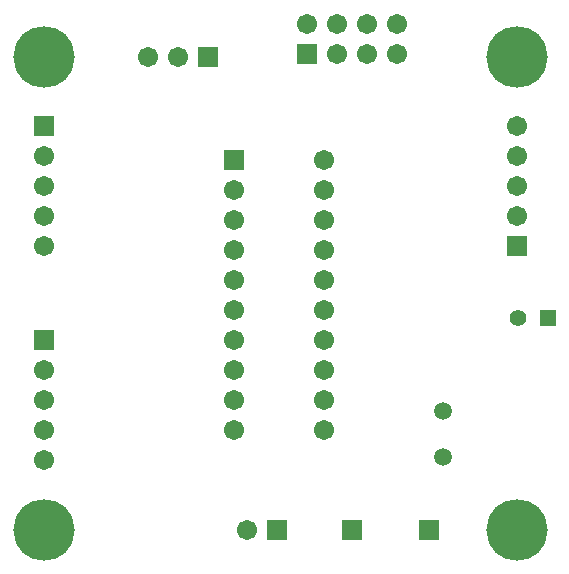
<source format=gbs>
%FSTAX23Y23*%
%MOMM*%
%SFA1B1*%

%IPPOS*%
%ADD41C,1.703324*%
%ADD42R,1.703324X1.703324*%
%ADD43C,5.203190*%
%ADD44R,1.703324X1.703324*%
%ADD45C,1.403096*%
%ADD46R,1.403096X1.403096*%
%ADD47C,1.503172*%
%LNpcb-1*%
%LPD*%
G54D41*
X28709Y1342D03*
Y1596D03*
Y185D03*
Y2104D03*
Y2358D03*
Y2612D03*
Y2866D03*
Y312D03*
Y3374D03*
Y3628D03*
X21089Y1342D03*
Y1596D03*
Y185D03*
Y2104D03*
Y2358D03*
Y2612D03*
Y2866D03*
Y312D03*
Y3374D03*
X22159Y04999D03*
X13744Y44999D03*
X16284D03*
X04999Y18534D03*
Y15994D03*
Y13454D03*
Y10914D03*
X44999Y31565D03*
Y34105D03*
Y36645D03*
Y39185D03*
X04949Y36645D03*
Y34105D03*
Y31565D03*
Y29025D03*
X27269Y47835D03*
X29809Y45295D03*
Y47835D03*
X32349Y45295D03*
Y47835D03*
X34889Y45295D03*
Y47835D03*
G54D42*
X21089Y3628D03*
X24699Y04999D03*
X18824Y44999D03*
X27269Y45295D03*
G54D43*
X44999Y44999D03*
Y04999D03*
X04999D03*
Y44999D03*
G54D44*
X31049Y04999D03*
X3755D03*
X04999Y21074D03*
X44999Y29025D03*
X04949Y39185D03*
G54D45*
X45079Y22925D03*
G54D46*
X47619Y22925D03*
G54D47*
X38725Y11174D03*
Y15024D03*
M02*
</source>
